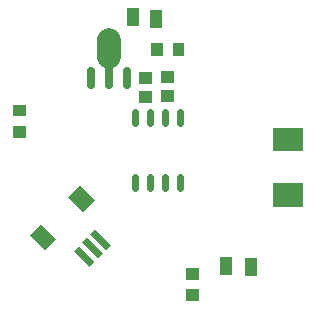
<source format=gbp>
G04 Layer: BottomPasteMaskLayer*
G04 EasyEDA v6.3.53, 2020-12-20T20:36:17+08:00*
G04 c64323ac755740268967727d35aa34f5,c1f3c4082e0f4854a6dddf38f96dced1,10*
G04 Gerber Generator version 0.2*
G04 Scale: 100 percent, Rotated: No, Reflected: No *
G04 Dimensions in millimeters *
G04 leading zeros omitted , absolute positions ,3 integer and 3 decimal *
%FSLAX33Y33*%
%MOMM*%
G90*
G71D02*

%ADD12C,0.599999*%
%ADD29C,1.999996*%
%ADD30C,0.699999*%
%ADD31R,0.999998X1.599997*%

%LPD*%
G54D29*
G01X10008Y21831D02*
G01X10008Y23331D01*
G54D30*
G01X10008Y19481D02*
G01X10008Y20881D01*
G01X8507Y19482D02*
G01X8507Y20682D01*
G01X11510Y19482D02*
G01X11510Y20682D01*
G54D12*
G01X12221Y16279D02*
G01X12221Y17199D01*
G01X13491Y16279D02*
G01X13491Y17199D01*
G01X14761Y16279D02*
G01X14761Y17199D01*
G01X16031Y16279D02*
G01X16031Y17199D01*
G01X12221Y10800D02*
G01X12221Y11720D01*
G01X13491Y10800D02*
G01X13491Y11720D01*
G01X14761Y10800D02*
G01X14761Y11720D01*
G01X16031Y10800D02*
G01X16031Y11720D01*
G54D31*
G01X12024Y25231D03*
G01X13974Y25115D03*
G01X22008Y4119D03*
G01X19966Y4133D03*
G36*
G01X4584Y5493D02*
G01X5574Y6483D01*
G01X4301Y7756D01*
G01X3311Y6766D01*
G01X4584Y5493D01*
G37*
G36*
G01X8367Y4115D02*
G01X8791Y4539D01*
G01X7448Y5882D01*
G01X7024Y5458D01*
G01X8367Y4115D01*
G37*
G36*
G01X9074Y4822D02*
G01X9498Y5246D01*
G01X8155Y6589D01*
G01X7731Y6165D01*
G01X9074Y4822D01*
G37*
G36*
G01X9781Y5529D02*
G01X10206Y5953D01*
G01X8862Y7297D01*
G01X8438Y6872D01*
G01X9781Y5529D01*
G37*
G36*
G01X7837Y8746D02*
G01X8827Y9736D01*
G01X7554Y11009D01*
G01X6564Y10019D01*
G01X7837Y8746D01*
G37*
G36*
G01X1931Y17843D02*
G01X1931Y16843D01*
G01X3031Y16843D01*
G01X3031Y17843D01*
G01X1931Y17843D01*
G37*
G36*
G01X1931Y16043D02*
G01X1931Y15043D01*
G01X3031Y15043D01*
G01X3031Y16043D01*
G01X1931Y16043D01*
G37*
G36*
G01X16413Y23077D02*
G01X15413Y23077D01*
G01X15413Y21977D01*
G01X16413Y21977D01*
G01X16413Y23077D01*
G37*
G36*
G01X14613Y23077D02*
G01X13613Y23077D01*
G01X13613Y21977D01*
G01X14613Y21977D01*
G01X14613Y23077D01*
G37*
G36*
G01X23916Y11193D02*
G01X23916Y9193D01*
G01X26416Y9193D01*
G01X26416Y11193D01*
G01X23916Y11193D01*
G37*
G36*
G01X23916Y15893D02*
G01X23916Y13893D01*
G01X26416Y13893D01*
G01X26416Y15893D01*
G01X23916Y15893D01*
G37*
G36*
G01X17643Y1212D02*
G01X17643Y2212D01*
G01X16543Y2212D01*
G01X16543Y1212D01*
G01X17643Y1212D01*
G37*
G36*
G01X17643Y3012D02*
G01X17643Y4012D01*
G01X16543Y4012D01*
G01X16543Y3012D01*
G01X17643Y3012D01*
G37*
G36*
G01X13652Y19604D02*
G01X13652Y20604D01*
G01X12552Y20604D01*
G01X12552Y19604D01*
G01X13652Y19604D01*
G37*
G36*
G01X13652Y18004D02*
G01X13652Y19004D01*
G01X12552Y19004D01*
G01X12552Y18004D01*
G01X13652Y18004D01*
G37*
G36*
G01X15550Y19695D02*
G01X15550Y20695D01*
G01X14450Y20695D01*
G01X14450Y19695D01*
G01X15550Y19695D01*
G37*
G36*
G01X15550Y18095D02*
G01X15550Y19095D01*
G01X14450Y19095D01*
G01X14450Y18095D01*
G01X15550Y18095D01*
G37*
M00*
M02*

</source>
